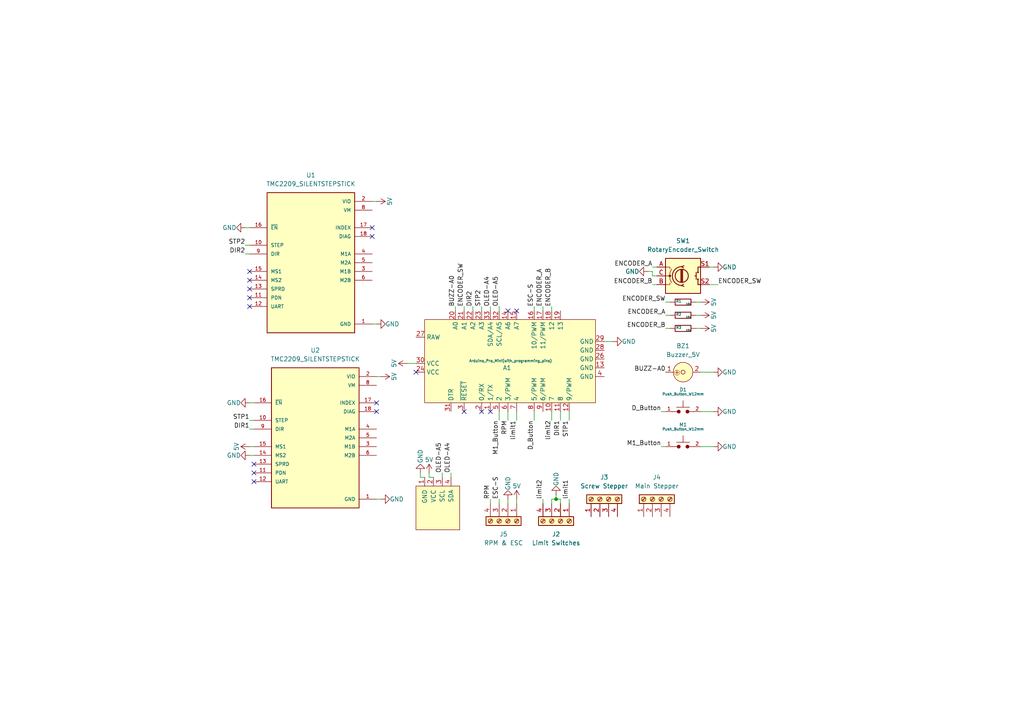
<source format=kicad_sch>
(kicad_sch (version 20250114) (generator "eeschema") (generator_version "9.0")
  (paper "A4")
  (lib_symbols
    (symbol "Connector:Screw_Terminal_01x04" (pin_names (offset 1.016) (hide yes))
      (property "Reference" "J" (at 0 5.08 0))
      (property "Value" "Screw_Terminal_01x04" (at 0 -7.62 0))
      (symbol "Screw_Terminal_01x04_1_1"
        (rectangle (start -1.27 3.81) (end 1.27 -6.35) (stroke (width 0.254)) (fill (type background)))
        (polyline (pts (xy -0.5334 2.8702) (xy 0.3302 2.032)) (stroke (width 0.1524)))
        (polyline (pts (xy -0.5334 0.3302) (xy 0.3302 -0.508)) (stroke (width 0.1524)))
        (polyline (pts (xy -0.5334 -2.2098) (xy 0.3302 -3.048)) (stroke (width 0.1524)))
        (polyline (pts (xy -0.5334 -4.7498) (xy 0.3302 -5.588)) (stroke (width 0.1524)))
        (polyline (pts (xy -0.3556 3.048) (xy 0.508 2.2098)) (stroke (width 0.1524)))
        (polyline (pts (xy -0.3556 0.508) (xy 0.508 -0.3302)) (stroke (width 0.1524)))
        (polyline (pts (xy -0.3556 -2.032) (xy 0.508 -2.8702)) (stroke (width 0.1524)))
        (polyline (pts (xy -0.3556 -4.572) (xy 0.508 -5.4102)) (stroke (width 0.1524)))
        (circle (center 0 2.54) (radius 0.635) (stroke (width 0.1524)))
        (circle (center 0 0) (radius 0.635) (stroke (width 0.1524)))
        (circle (center 0 -2.54) (radius 0.635) (stroke (width 0.1524)))
        (circle (center 0 -5.08) (radius 0.635) (stroke (width 0.1524)))
        (pin passive line (at -5.08 2.54 0) (length 3.81) (name "Pin_1") (number "1"))
        (pin passive line (at -5.08 0 0) (length 3.81) (name "Pin_2") (number "2"))
        (pin passive line (at -5.08 -2.54 0) (length 3.81) (name "Pin_3") (number "3"))
        (pin passive line (at -5.08 -5.08 0) (length 3.81) (name "Pin_4") (number "4"))
      )
    )
    (symbol "Device:RotaryEncoder_Switch" (pin_names (offset 0.254) (hide yes))
      (property "Reference" "SW" (at 0 6.604 0))
      (property "Value" "RotaryEncoder_Switch" (at 0 -6.604 0))
      (symbol "RotaryEncoder_Switch_0_1"
        (rectangle (start -5.08 5.08) (end 5.08 -5.08) (stroke (width 0.254)) (fill (type background)))
        (polyline (pts (xy -5.08 2.54) (xy -3.81 2.54) (xy -3.81 2.032)))
        (polyline (pts (xy -5.08 0) (xy -3.81 0) (xy -3.81 -1.016) (xy -3.302 -2.032)))
        (polyline (pts (xy -5.08 -2.54) (xy -3.81 -2.54) (xy -3.81 -2.032)))
        (polyline (pts (xy -4.318 0) (xy -3.81 0) (xy -3.81 1.016) (xy -3.302 2.032)))
        (circle (center -3.81 0) (radius 0.254) (fill (type outline)))
        (polyline (pts (xy -0.635 -1.778) (xy -0.635 1.778)) (stroke (width 0.254)))
        (circle (center -0.381 0) (radius 1.905) (stroke (width 0.254)))
        (polyline (pts (xy -0.381 -1.778) (xy -0.381 1.778)) (stroke (width 0.254)))
        (arc (start -0.381 -2.794) (mid -3.0988 -0.0635) (end -0.381 2.667) (stroke (width 0.254)))
        (polyline (pts (xy -0.127 1.778) (xy -0.127 -1.778)) (stroke (width 0.254)))
        (polyline (pts (xy 0.254 2.921) (xy -0.508 2.667) (xy 0.127 2.286)) (stroke (width 0.254)))
        (polyline (pts (xy 0.254 -3.048) (xy -0.508 -2.794) (xy 0.127 -2.413)) (stroke (width 0.254)))
        (polyline (pts (xy 3.81 1.016) (xy 3.81 -1.016)) (stroke (width 0.254)))
        (polyline (pts (xy 3.81 0) (xy 3.429 0)) (stroke (width 0.254)))
        (circle (center 4.318 1.016) (radius 0.127) (stroke (width 0.254)))
        (circle (center 4.318 -1.016) (radius 0.127) (stroke (width 0.254)))
        (polyline (pts (xy 5.08 2.54) (xy 4.318 2.54) (xy 4.318 1.016)) (stroke (width 0.254)))
        (polyline (pts (xy 5.08 -2.54) (xy 4.318 -2.54) (xy 4.318 -1.016)) (stroke (width 0.254)))
      )
      (symbol "RotaryEncoder_Switch_1_1"
        (pin passive line (at -7.62 2.54 0) (length 2.54) (name "A") (number "A"))
        (pin passive line (at -7.62 0 0) (length 2.54) (name "C") (number "C"))
        (pin passive line (at -7.62 -2.54 0) (length 2.54) (name "B") (number "B"))
        (pin passive line (at 7.62 2.54 180) (length 2.54) (name "S1") (number "S1"))
        (pin passive line (at 7.62 -2.54 180) (length 2.54) (name "S2") (number "S2"))
      )
    )
    (symbol "PCM_SL_Development_Board:Arduino_Pro_Mini(with_programming_pins)"
      (property "Reference" "A" (at -12.7 30.48 0))
      (property "Value" "Arduino_Pro_Mini(with_programming_pins)" (at 1.27 -3.81 0))
      (symbol "Arduino_Pro_Mini(with_programming_pins)_0_1"
        (rectangle (start -11.43 24.13) (end 12.7 -25.4) (fill (type background)))
      )
      (symbol "Arduino_Pro_Mini(with_programming_pins)_1_1"
        (pin bidirectional line (at -13.97 16.51 0) (length 2.54) (name "DTR") (number "31"))
        (pin bidirectional line (at -13.97 12.7 0) (length 2.54) (name "~{RESET}") (number "3"))
        (pin bidirectional line (at -13.97 7.62 0) (length 2.54) (name "0/RX") (number "2"))
        (pin bidirectional line (at -13.97 5.08 0) (length 2.54) (name "1/TX") (number "1"))
        (pin bidirectional line (at -13.97 2.54 0) (length 2.54) (name "2") (number "5"))
        (pin bidirectional line (at -13.97 0 0) (length 2.54) (name "3/PWM") (number "6"))
        (pin bidirectional line (at -13.97 -2.54 0) (length 2.54) (name "4") (number "7"))
        (pin bidirectional line (at -13.97 -7.62 0) (length 2.54) (name "5/PWM") (number "8"))
        (pin bidirectional line (at -13.97 -10.16 0) (length 2.54) (name "6/PWM") (number "9"))
        (pin bidirectional line (at -13.97 -12.7 0) (length 2.54) (name "7") (number "10"))
        (pin bidirectional line (at -13.97 -15.24 0) (length 2.54) (name "8") (number "11"))
        (pin bidirectional line (at -13.97 -17.78 0) (length 2.54) (name "9/PWM") (number "12"))
        (pin power_in line (at -3.81 -27.94 90) (length 2.54) (name "GND") (number "4"))
        (pin power_in line (at -2.54 26.67 270) (length 2.54) (name "VCC") (number "24"))
        (pin power_in line (at -1.27 -27.94 90) (length 2.54) (name "GND") (number "13"))
        (pin power_in line (at 0 26.67 270) (length 2.54) (name "VCC") (number "30"))
        (pin power_in line (at 1.27 -27.94 90) (length 2.54) (name "GND") (number "26"))
        (pin power_in line (at 3.81 -27.94 90) (length 2.54) (name "GND") (number "28"))
        (pin power_in line (at 6.35 -27.94 90) (length 2.54) (name "GND") (number "29"))
        (pin power_in line (at 7.62 26.67 270) (length 2.54) (name "RAW") (number "27"))
        (pin bidirectional line (at 15.24 15.24 180) (length 2.54) (name "A0") (number "20"))
        (pin bidirectional line (at 15.24 12.7 180) (length 2.54) (name "A1") (number "21"))
        (pin bidirectional line (at 15.24 10.16 180) (length 2.54) (name "A2") (number "22"))
        (pin bidirectional line (at 15.24 7.62 180) (length 2.54) (name "A3") (number "23"))
        (pin bidirectional line (at 15.24 5.08 180) (length 2.54) (name "SDA/A4") (number "33"))
        (pin bidirectional line (at 15.24 2.54 180) (length 2.54) (name "SCL/A5") (number "32"))
        (pin bidirectional line (at 15.24 0 180) (length 2.54) (name "A6") (number "14"))
        (pin bidirectional line (at 15.24 -2.54 180) (length 2.54) (name "A7") (number "15"))
        (pin bidirectional line (at 15.24 -7.62 180) (length 2.54) (name "10/PWM") (number "16"))
        (pin bidirectional line (at 15.24 -10.16 180) (length 2.54) (name "11/PWM") (number "17"))
        (pin bidirectional line (at 15.24 -12.7 180) (length 2.54) (name "12") (number "18"))
        (pin bidirectional line (at 15.24 -15.24 180) (length 2.54) (name "13") (number "19"))
      )
    )
    (symbol "PCM_SL_Devices:Buzzer_5V"
      (property "Reference" "BZ" (at 0 7.62 0))
      (property "Value" "Buzzer_5V" (at 0 5.08 0))
      (symbol "Buzzer_5V_0_0"
        (circle (center -1.778 -0.127) (radius 0.7405) (stroke (width 0.07)))
        (text "+" (at -1.778 0 0) (effects (font (size 1.27 1.27))))
      )
      (symbol "Buzzer_5V_0_1"
        (circle (center 0 0) (radius 0.568))
        (circle (center 0 0) (radius 2.8398) (fill (type background)))
      )
      (symbol "Buzzer_5V_1_1"
        (pin passive line (at -5.08 0 0) (length 2.2) (name "") (number "1"))
        (pin passive line (at 5.08 0 180) (length 2.2) (name "") (number "2"))
      )
    )
    (symbol "PCM_SL_Devices:Push_Button_W12mm"
      (property "Reference" "SW" (at 0 6.35 0))
      (property "Value" "Push_Button_W12mm" (at 0 4.445 0))
      (symbol "Push_Button_W12mm_0_1"
        (polyline (pts (xy -3.175 0) (xy -1.778 0)))
        (polyline (pts (xy -1.905 1.27) (xy 1.905 1.27)))
        (circle (center -1.27 0) (radius 0.4579) (fill (type outline)))
        (polyline (pts (xy 0 1.27) (xy 0 3.175)))
        (circle (center 1.27 0) (radius 0.4579) (fill (type outline)))
        (polyline (pts (xy 1.778 0) (xy 3.175 0)))
      )
      (symbol "Push_Button_W12mm_1_1"
        (pin passive line (at -5.08 0 0) (length 2) (name "") (number "1"))
        (pin passive line (at 5.08 0 180) (length 2) (name "") (number "2"))
      )
    )
    (symbol "PCM_SL_Resistors:10k"
      (property "Reference" "R" (at 0 5.08 0))
      (property "Value" "10k" (at 0 2.54 0))
      (symbol "10k_0_1"
        (rectangle (start -2.286 0.889) (end 2.286 -0.889) (stroke (width 0.24)))
      )
      (symbol "10k_1_1"
        (pin passive line (at -3.81 0 0) (length 1.5) (name "") (number "1"))
        (pin passive line (at 3.81 0 180) (length 1.5) (name "~") (number "2"))
      )
    )
    (symbol "PCM_SparkFun-PowerSymbol:5V" (power) (pin_names (offset 0))
      (property "Value" "5V" (at 0 3.81 0))
      (symbol "5V_0_1"
        (polyline (pts (xy -0.762 1.27) (xy 0 2.54)))
        (polyline (pts (xy 0 2.54) (xy 0.762 1.27)))
        (polyline (pts (xy 0 0) (xy 0 2.54)))
      )
      (symbol "5V_1_1"
        (pin power_in line (at 0 0 90) (length 0) (hide yes) (name "5V") (number "1"))
      )
    )
    (symbol "PCM_SparkFun-PowerSymbol:GND" (power) (pin_names (offset 0))
      (property "Value" "GND" (at 0 -3.81 0))
      (symbol "GND_0_1"
        (polyline (pts (xy 0 0) (xy 0 -1.27) (xy 1.27 -1.27) (xy 0 -2.54) (xy -1.27 -1.27) (xy 0 -1.27)))
      )
      (symbol "GND_1_1"
        (pin power_in line (at 0 0 270) (length 0) (hide yes) (name "GND") (number "1"))
      )
    )
    (symbol "SSD1306-128x64_OLED:SSD1306" (pin_names (offset 1.016))
      (property "Reference" "Brd" (at 0 -3.81 0))
      (property "Value" "SSD1306" (at 0 -1.27 0))
      (symbol "SSD1306_0_1"
        (rectangle (start -6.35 6.35) (end 6.35 -6.35) (fill (type background)))
      )
      (symbol "SSD1306_1_1"
        (pin input line (at -3.81 8.89 270) (length 2.54) (name "GND") (number "1"))
        (pin input line (at -1.27 8.89 270) (length 2.54) (name "VCC") (number "2"))
        (pin input line (at 1.27 8.89 270) (length 2.54) (name "SCL") (number "3"))
        (pin input line (at 3.81 8.89 270) (length 2.54) (name "SDA") (number "4"))
      )
    )
    (symbol "TMC2209_SILENTSTEPSTICK:TMC2209_SILENTSTEPSTICK" (pin_names (offset 1.016))
      (property "Reference" "U" (at -12.7 22.86 0))
      (property "Value" "TMC2209_SILENTSTEPSTICK" (at -12.7 -22.86 0))
      (symbol "TMC2209_SILENTSTEPSTICK_0_0"
        (rectangle (start -12.7 -20.32) (end 12.7 20.32) (stroke (width 0.254)) (fill (type background)))
        (pin input line (at -17.78 10.16 0) (length 5.08) (name "~{EN}") (number "16"))
        (pin input line (at -17.78 5.08 0) (length 5.08) (name "STEP") (number "10"))
        (pin input line (at -17.78 2.54 0) (length 5.08) (name "DIR") (number "9"))
        (pin input line (at -17.78 -2.54 0) (length 5.08) (name "MS1") (number "15"))
        (pin input line (at -17.78 -5.08 0) (length 5.08) (name "MS2") (number "14"))
        (pin input line (at -17.78 -7.62 0) (length 5.08) (name "SPRD") (number "13"))
        (pin bidirectional line (at -17.78 -10.16 0) (length 5.08) (name "PDN") (number "11"))
        (pin bidirectional line (at -17.78 -12.7 0) (length 5.08) (name "UART") (number "12"))
        (pin power_in line (at 17.78 17.78 180) (length 5.08) (name "VIO") (number "2"))
        (pin power_in line (at 17.78 15.24 180) (length 5.08) (name "VM") (number "8"))
        (pin output line (at 17.78 10.16 180) (length 5.08) (name "INDEX") (number "17"))
        (pin output line (at 17.78 7.62 180) (length 5.08) (name "DIAG") (number "18"))
        (pin output line (at 17.78 2.54 180) (length 5.08) (name "M1A") (number "4"))
        (pin output line (at 17.78 0 180) (length 5.08) (name "M2A") (number "5"))
        (pin output line (at 17.78 -2.54 180) (length 5.08) (name "M1B") (number "3"))
        (pin output line (at 17.78 -5.08 180) (length 5.08) (name "M2B") (number "6"))
        (pin power_in line (at 17.78 -17.78 180) (length 5.08) (name "GND") (number "1"))
        (pin power_in line (at 17.78 -17.78 180) (length 5.08) (hide yes) (name "GND") (number "7"))
      )
    )
  )
  (junction (at 161.29 144.78))
  (no_connect (at 72.39 83.82))
  (no_connect (at 147.32 90.17))
  (no_connect (at 109.22 116.84))
  (no_connect (at 72.39 81.28))
  (no_connect (at 109.22 119.38))
  (no_connect (at 134.62 119.38))
  (no_connect (at 73.66 134.62))
  (no_connect (at 120.65 107.95))
  (no_connect (at 72.39 88.9))
  (no_connect (at 142.24 119.38))
  (no_connect (at 72.39 86.36))
  (no_connect (at 73.66 139.7))
  (no_connect (at 72.39 78.74))
  (no_connect (at 139.7 119.38))
  (no_connect (at 149.86 90.17))
  (no_connect (at 107.95 68.58))
  (no_connect (at 107.95 66.04))
  (no_connect (at 73.66 137.16))
  (wire (pts (xy 191.77 129.54) (xy 193.04 129.54)))
  (wire (pts (xy 189.23 77.47) (xy 190.5 77.47)))
  (wire (pts (xy 160.02 144.78) (xy 160.02 146.05)))
  (wire (pts (xy 161.29 144.78) (xy 162.56 144.78)))
  (wire (pts (xy 203.2 129.54) (xy 207.01 129.54)))
  (wire (pts (xy 161.29 143.51) (xy 161.29 144.78)))
  (wire (pts (xy 118.11 105.41) (xy 120.65 105.41)))
  (wire (pts (xy 72.39 132.08) (xy 73.66 132.08)))
  (wire (pts (xy 109.22 144.78) (xy 110.49 144.78)))
  (wire (pts (xy 154.94 119.38) (xy 154.94 121.92)))
  (wire (pts (xy 71.12 73.66) (xy 72.39 73.66)))
  (wire (pts (xy 154.94 88.9) (xy 154.94 90.17)))
  (wire (pts (xy 165.1 119.38) (xy 165.1 121.92)))
  (wire (pts (xy 124.46 137.16) (xy 124.46 138.43)))
  (wire (pts (xy 142.24 144.78) (xy 142.24 146.05)))
  (wire (pts (xy 203.2 119.38) (xy 207.01 119.38)))
  (wire (pts (xy 157.48 88.9) (xy 157.48 90.17)))
  (wire (pts (xy 121.92 137.16) (xy 121.92 138.43)))
  (wire (pts (xy 71.12 71.12) (xy 72.39 71.12)))
  (wire (pts (xy 160.02 144.78) (xy 161.29 144.78)))
  (wire (pts (xy 157.48 144.78) (xy 157.48 146.05)))
  (wire (pts (xy 193.04 91.44) (xy 194.31 91.44)))
  (wire (pts (xy 203.2 107.95) (xy 207.01 107.95)))
  (wire (pts (xy 165.1 144.78) (xy 165.1 146.05)))
  (wire (pts (xy 160.02 88.9) (xy 160.02 90.17)))
  (wire (pts (xy 130.81 137.16) (xy 130.81 138.43)))
  (wire (pts (xy 201.93 91.44) (xy 203.2 91.44)))
  (wire (pts (xy 193.04 87.63) (xy 194.31 87.63)))
  (wire (pts (xy 201.93 87.63) (xy 203.2 87.63)))
  (wire (pts (xy 107.95 58.42) (xy 109.22 58.42)))
  (wire (pts (xy 147.32 144.78) (xy 147.32 146.05)))
  (wire (pts (xy 132.08 88.9) (xy 132.08 90.17)))
  (wire (pts (xy 134.62 88.9) (xy 134.62 90.17)))
  (wire (pts (xy 72.39 129.54) (xy 73.66 129.54)))
  (wire (pts (xy 162.56 146.05) (xy 162.56 144.78)))
  (wire (pts (xy 162.56 119.38) (xy 162.56 121.92)))
  (wire (pts (xy 107.95 93.98) (xy 109.22 93.98)))
  (wire (pts (xy 72.39 121.92) (xy 73.66 121.92)))
  (wire (pts (xy 205.74 82.55) (xy 208.28 82.55)))
  (wire (pts (xy 144.78 144.78) (xy 144.78 146.05)))
  (wire (pts (xy 149.86 144.78) (xy 149.86 146.05)))
  (wire (pts (xy 187.96 78.74) (xy 189.23 78.74)))
  (wire (pts (xy 139.7 88.9) (xy 139.7 90.17)))
  (wire (pts (xy 189.23 80.01) (xy 190.5 80.01)))
  (wire (pts (xy 137.16 88.9) (xy 137.16 90.17)))
  (wire (pts (xy 193.04 95.25) (xy 194.31 95.25)))
  (wire (pts (xy 72.39 116.84) (xy 73.66 116.84)))
  (wire (pts (xy 160.02 119.38) (xy 160.02 121.92)))
  (wire (pts (xy 189.23 82.55) (xy 190.5 82.55)))
  (wire (pts (xy 71.12 66.04) (xy 72.39 66.04)))
  (wire (pts (xy 144.78 119.38) (xy 144.78 121.92)))
  (wire (pts (xy 191.77 119.38) (xy 193.04 119.38)))
  (wire (pts (xy 124.46 138.43) (xy 125.73 138.43)))
  (wire (pts (xy 121.92 138.43) (xy 123.19 138.43)))
  (wire (pts (xy 128.27 137.16) (xy 128.27 138.43)))
  (wire (pts (xy 201.93 95.25) (xy 203.2 95.25)))
  (wire (pts (xy 72.39 124.46) (xy 73.66 124.46)))
  (wire (pts (xy 205.74 77.47) (xy 207.01 77.47)))
  (wire (pts (xy 147.32 119.38) (xy 147.32 121.92)))
  (wire (pts (xy 142.24 88.9) (xy 142.24 90.17)))
  (wire (pts (xy 175.26 99.06) (xy 177.8 99.06)))
  (wire (pts (xy 144.78 88.9) (xy 144.78 90.17)))
  (wire (pts (xy 109.22 109.22) (xy 110.49 109.22)))
  (wire (pts (xy 189.23 78.74) (xy 189.23 80.01)))
  (wire (pts (xy 149.86 119.38) (xy 149.86 121.92)))
  (label "OLED-A4" (at 142.24 88.9 90))
  (label "OLED-A5" (at 128.27 137.16 90))
  (label "STP1" (at 72.39 121.92 180))
  (label "limit1" (at 165.1 144.78 90))
  (label "ENCODER_A" (at 193.04 91.44 180))
  (label "M1_Button" (at 144.78 121.92 270))
  (label "STP2" (at 71.12 71.12 180))
  (label "RPM" (at 142.24 144.78 90))
  (label "limit2" (at 157.48 144.78 90))
  (label "ENCODER_B" (at 160.02 88.9 90))
  (label "limit1" (at 149.86 121.92 270))
  (label "OLED-A4" (at 130.81 137.16 90))
  (label "DIR2" (at 71.12 73.66 180))
  (label "ENCODER_A" (at 157.48 88.9 90))
  (label "BUZZ-A0" (at 132.08 88.9 90))
  (label "limit2" (at 160.02 121.92 270))
  (label "ENCODER_B" (at 193.04 95.25 180))
  (label "ENCODER_A" (at 189.23 77.47 180))
  (label "BUZZ-A0" (at 193.04 107.95 180))
  (label "ENCODER_SW" (at 208.28 82.55 0))
  (label "RPM" (at 147.32 121.92 270))
  (label "ENCODER_SW" (at 134.62 88.9 90))
  (label "DIR1" (at 162.56 121.92 270))
  (label "D_Button" (at 154.94 121.92 270))
  (label "DIR2" (at 137.16 88.9 90))
  (label "ENCODER_SW" (at 193.04 87.63 180))
  (label "STP1" (at 165.1 121.92 270))
  (label "OLED-A5" (at 144.78 88.9 90))
  (label "ENCODER_B" (at 189.23 82.55 180))
  (label "D_Button" (at 191.77 119.38 180))
  (label "ESC-S" (at 144.78 144.78 90))
  (label "STP2" (at 139.7 88.9 90))
  (label "ESC-S" (at 154.94 88.9 90))
  (label "DIR1" (at 72.39 124.46 180))
  (label "M1_Button" (at 191.77 129.54 180))
  (symbol (lib_id "PCM_SparkFun-PowerSymbol:GND") (at 72.39 116.84 270) (unit 1)
    (property "Reference" "#PWR011" (effects (hide yes)))
    (property "Value" "GND" (at 67.818 116.84 90))
    (property "Description" "Power symbol creates a global label with name \"GND\" , ground" (effects (hide yes)))
  )
  (symbol (lib_id "PCM_SL_Devices:Buzzer_5V") (at 198.12 107.95 0) (unit 1)
    (property "Reference" "BZ1" (at 198.12 100.33 0))
    (property "Value" "Buzzer_5V" (at 198.12 102.87 0))
    (property "Footprint" "Buzzer_Beeper:MagneticBuzzer_ProSignal_ABT-410-RC" (effects (hide yes)))
    (property "Description" "Buzzer 5V" (effects (hide yes)))
  )
  (symbol (lib_id "PCM_SparkFun-PowerSymbol:GND") (at 207.01 119.38 90) (unit 1)
    (property "Reference" "#PWR04" (effects (hide yes)))
    (property "Value" "GND" (at 211.582 119.38 90))
    (property "Description" "Power symbol creates a global label with name \"GND\" , ground" (effects (hide yes)))
  )
  (symbol (lib_id "PCM_SL_Resistors:10k") (at 198.12 87.63 0) (unit 1)
    (property "Reference" "R1" (at 196.85 87.376 0) (effects (font (size 0.762 0.762))))
    (property "Value" "10k" (at 199.644 88.138 0) (effects (font (size 0.508 0.508))))
    (property "Footprint" "Resistor_THT:R_Axial_DIN0207_L6.3mm_D2.5mm_P10.16mm_Horizontal" (effects (hide yes)))
    (property "Description" "10kΩ, 1/4W Resistor" (effects (hide yes)))
  )
  (symbol (lib_id "PCM_SparkFun-PowerSymbol:GND") (at 109.22 93.98 90) (unit 1)
    (property "Reference" "#PWR018" (effects (hide yes)))
    (property "Value" "GND" (at 113.792 93.98 90))
    (property "Description" "Power symbol creates a global label with name \"GND\" , ground" (effects (hide yes)))
  )
  (symbol (lib_id "Connector:Screw_Terminal_01x04") (at 162.56 151.13 270) (unit 1)
    (property "Reference" "J2" (at 161.29 154.94 90))
    (property "Value" "Limit Switches" (at 161.29 157.48 90))
    (property "Footprint" "Connector_Phoenix_MSTB:PhoenixContact_MSTBA_2,5_4-G-5,08_1x04_P5.08mm_Horizontal" (effects (hide yes)))
    (property "Description" "Generic screw terminal, single row, 01x04, script generated (kicad-library-utils/schlib/autogen/connector/)" (effects (hide yes)))
  )
  (symbol (lib_id "PCM_SparkFun-PowerSymbol:5V") (at 203.2 95.25 270) (unit 1)
    (property "Reference" "#PWR014" (effects (hide yes)))
    (property "Value" "5V" (at 207.01 95.25 0))
    (property "Description" "Power symbol creates a global label with name \"5V\"" (effects (hide yes)))
  )
  (symbol (lib_id "SSD1306-128x64_OLED:SSD1306") (at 127 147.32 0) (unit 1)
    (property "Reference" "Brd1" (effects (hide yes)))
    (property "Value" "SSD1306" (effects (hide yes)))
    (property "Footprint" "SSD1306:128x64OLED" (effects (hide yes)))
    (property "Description" "SSD1306 OLED" (effects (hide yes)))
  )
  (symbol (lib_id "PCM_SparkFun-PowerSymbol:GND") (at 161.29 143.51 180) (unit 1)
    (property "Reference" "#PWR08" (effects (hide yes)))
    (property "Value" "GND" (at 161.29 138.938 90))
    (property "Description" "Power symbol creates a global label with name \"GND\" , ground" (effects (hide yes)))
  )
  (symbol (lib_id "PCM_SL_Devices:Push_Button_W12mm") (at 198.12 129.54 0) (unit 1)
    (property "Reference" "M1" (at 198.12 123.19 0) (effects (font (size 1.016 1.016))))
    (property "Value" "Push_Button_W12mm" (at 198.12 124.46 0) (effects (font (size 0.762 0.762))))
    (property "Footprint" "PCM_SL_Devices:Push_Button_W12mm" (effects (hide yes)))
    (property "Description" "Common 12mmx12mm Push Button" (effects (hide yes)))
  )
  (symbol (lib_id "PCM_SparkFun-PowerSymbol:GND") (at 207.01 77.47 90) (unit 1)
    (property "Reference" "#PWR01" (effects (hide yes)))
    (property "Value" "GND" (at 211.582 77.47 90))
    (property "Description" "Power symbol creates a global label with name \"GND\" , ground" (effects (hide yes)))
  )
  (symbol (lib_id "PCM_SparkFun-PowerSymbol:5V") (at 203.2 87.63 270) (unit 1)
    (property "Reference" "#PWR016" (effects (hide yes)))
    (property "Value" "5V" (at 207.01 87.63 0))
    (property "Description" "Power symbol creates a global label with name \"5V\"" (effects (hide yes)))
  )
  (symbol (lib_id "Connector:Screw_Terminal_01x04") (at 189.23 144.78 90) (unit 1)
    (property "Reference" "J4" (at 190.5 138.43 90))
    (property "Value" "Main Stepper" (at 190.5 140.97 90))
    (property "Footprint" "Connector_Phoenix_MSTB:PhoenixContact_MSTBA_2,5_4-G-5,08_1x04_P5.08mm_Horizontal" (effects (hide yes)))
    (property "Description" "Generic screw terminal, single row, 01x04, script generated (kicad-library-utils/schlib/autogen/connector/)" (effects (hide yes)))
  )
  (symbol (lib_id "PCM_SL_Resistors:10k") (at 198.12 95.25 0) (unit 1)
    (property "Reference" "R3" (at 196.85 94.996 0) (effects (font (size 0.762 0.762))))
    (property "Value" "10k" (at 199.644 95.758 0) (effects (font (size 0.508 0.508))))
    (property "Footprint" "Resistor_THT:R_Axial_DIN0207_L6.3mm_D2.5mm_P10.16mm_Horizontal" (effects (hide yes)))
    (property "Description" "10kΩ, 1/4W Resistor" (effects (hide yes)))
  )
  (symbol (lib_id "PCM_SparkFun-PowerSymbol:GND") (at 177.8 99.06 90) (unit 1)
    (property "Reference" "#PWR07" (effects (hide yes)))
    (property "Value" "GND" (at 182.372 99.06 90))
    (property "Description" "Power symbol creates a global label with name \"GND\" , ground" (effects (hide yes)))
  )
  (symbol (lib_id "PCM_SparkFun-PowerSymbol:GND") (at 72.39 132.08 270) (unit 1)
    (property "Reference" "#PWR022" (effects (hide yes)))
    (property "Value" "GND" (at 67.818 132.08 90))
    (property "Description" "Power symbol creates a global label with name \"GND\" , ground" (effects (hide yes)))
  )
  (symbol (lib_id "PCM_SparkFun-PowerSymbol:GND") (at 110.49 144.78 90) (unit 1)
    (property "Reference" "#PWR019" (effects (hide yes)))
    (property "Value" "GND" (at 115.062 144.78 90))
    (property "Description" "Power symbol creates a global label with name \"GND\" , ground" (effects (hide yes)))
  )
  (symbol (lib_id "PCM_SparkFun-PowerSymbol:GND") (at 187.96 78.74 270) (unit 1)
    (property "Reference" "#PWR02" (effects (hide yes)))
    (property "Value" "GND" (at 183.388 78.74 90))
    (property "Description" "Power symbol creates a global label with name \"GND\" , ground" (effects (hide yes)))
  )
  (symbol (lib_id "PCM_SparkFun-PowerSymbol:5V") (at 110.49 109.22 270) (unit 1)
    (property "Reference" "#PWR020" (effects (hide yes)))
    (property "Value" "5V" (at 114.3 109.22 0))
    (property "Description" "Power symbol creates a global label with name \"5V\"" (effects (hide yes)))
  )
  (symbol (lib_id "PCM_SparkFun-PowerSymbol:GND") (at 121.92 137.16 180) (unit 1)
    (property "Reference" "#PWR010" (effects (hide yes)))
    (property "Value" "GND" (at 121.92 132.334 90))
    (property "Description" "Power symbol creates a global label with name \"GND\" , ground" (effects (hide yes)))
  )
  (symbol (lib_id "TMC2209_SILENTSTEPSTICK:TMC2209_SILENTSTEPSTICK") (at 91.44 127 0) (unit 1)
    (property "Reference" "U2" (at 91.44 101.6 0))
    (property "Value" "TMC2209_SILENTSTEPSTICK" (at 91.44 104.14 0))
    (property "Footprint" "TMC2209_SILENTSTEPSTICK:MODULE_TMC2209_SILENTSTEPSTICK" (effects (hide yes)))
    (property "MF" "Trinamic Motion Control GmbH" (effects (hide yes)))
    (property "Description_1" "TMC2209 Motor Controller/Driver Power Management Evaluation Board" (effects (hide yes)))
    (property "Package" "None" (effects (hide yes)))
    (property "Price" "None" (effects (hide yes)))
    (property "Check_prices" "https://www.snapeda.com/parts/TMC2209%20SILENTSTEPSTICK/Trinamic/view-part/?ref=eda" (effects (hide yes)))
    (property "STANDARD" "Manufacturer Recommendations" (effects (hide yes)))
    (property "PARTREV" "1.20" (effects (hide yes)))
    (property "SnapEDA_Link" "https://www.snapeda.com/parts/TMC2209%20SILENTSTEPSTICK/Trinamic/view-part/?ref=snap" (effects (hide yes)))
    (property "MP" "TMC2209 SILENTSTEPSTICK" (effects (hide yes)))
    (property "MANUFACTURER" "Trinamic Motion Control GmbH" (effects (hide yes)))
    (property "Availability" "Not in stock" (effects (hide yes)))
    (property "SNAPEDA_PN" "TMC2209 SILENTSTEPSTICK" (effects (hide yes)))
  )
  (symbol (lib_id "PCM_SparkFun-PowerSymbol:GND") (at 147.32 144.78 180) (unit 1)
    (property "Reference" "#PWR06" (effects (hide yes)))
    (property "Value" "GND" (at 147.32 140.208 90))
    (property "Description" "Power symbol creates a global label with name \"GND\" , ground" (effects (hide yes)))
  )
  (symbol (lib_id "Device:RotaryEncoder_Switch") (at 198.12 80.01 0) (unit 1)
    (property "Reference" "SW1" (at 198.12 69.85 0))
    (property "Value" "RotaryEncoder_Switch" (at 198.12 72.39 0))
    (property "Footprint" "Rotary_Encoder:RotaryEncoder_Alps_EC11E-Switch_Vertical_H20mm" (effects (hide yes)))
    (property "Description" "Rotary encoder, dual channel, incremental quadrate outputs, with switch" (effects (hide yes)))
  )
  (symbol (lib_id "PCM_SparkFun-PowerSymbol:5V") (at 203.2 91.44 270) (unit 1)
    (property "Reference" "#PWR015" (effects (hide yes)))
    (property "Value" "5V" (at 207.01 91.44 0))
    (property "Description" "Power symbol creates a global label with name \"5V\"" (effects (hide yes)))
  )
  (symbol (lib_id "PCM_SparkFun-PowerSymbol:5V") (at 109.22 58.42 270) (unit 1)
    (property "Reference" "#PWR021" (effects (hide yes)))
    (property "Value" "5V" (at 113.03 58.42 0))
    (property "Description" "Power symbol creates a global label with name \"5V\"" (effects (hide yes)))
  )
  (symbol (lib_id "PCM_SL_Development_Board:Arduino_Pro_Mini(with_programming_pins)") (at 147.32 105.41 90) (unit 1)
    (property "Reference" "A1" (at 147.066 106.68 90))
    (property "Value" "Arduino_Pro_Mini(with_programming_pins)" (at 148.082 104.648 90) (effects (font (size 0.762 0.762))))
    (property "Footprint" "PCM_SL_Development_Boards:Arduino_Pro_Mini(with_programming_pins)" (effects (hide yes)))
    (property "Description" "Arduino pro mini Development Board with programming pins" (effects (hide yes)))
  )
  (symbol (lib_id "PCM_SparkFun-PowerSymbol:5V") (at 149.86 144.78 0) (unit 1)
    (property "Reference" "#PWR017" (effects (hide yes)))
    (property "Value" "5V" (at 149.86 140.97 0))
    (property "Description" "Power symbol creates a global label with name \"5V\"" (effects (hide yes)))
  )
  (symbol (lib_id "PCM_SparkFun-PowerSymbol:GND") (at 207.01 129.54 90) (unit 1)
    (property "Reference" "#PWR05" (effects (hide yes)))
    (property "Value" "GND" (at 211.582 129.54 90))
    (property "Description" "Power symbol creates a global label with name \"GND\" , ground" (effects (hide yes)))
  )
  (symbol (lib_id "PCM_SparkFun-PowerSymbol:5V") (at 72.39 129.54 90) (unit 1)
    (property "Reference" "#PWR023" (effects (hide yes)))
    (property "Value" "5V" (at 68.58 129.54 0))
    (property "Description" "Power symbol creates a global label with name \"5V\"" (effects (hide yes)))
  )
  (symbol (lib_id "PCM_SL_Devices:Push_Button_W12mm") (at 198.12 119.38 0) (unit 1)
    (property "Reference" "D1" (at 198.12 113.03 0) (effects (font (size 1.016 1.016))))
    (property "Value" "Push_Button_W12mm" (at 198.12 114.3 0) (effects (font (size 0.762 0.762))))
    (property "Footprint" "PCM_SL_Devices:Push_Button_W12mm" (effects (hide yes)))
    (property "Description" "Common 12mmx12mm Push Button" (effects (hide yes)))
  )
  (symbol (lib_id "PCM_SparkFun-PowerSymbol:GND") (at 71.12 66.04 270) (unit 1)
    (property "Reference" "#PWR09" (effects (hide yes)))
    (property "Value" "GND" (at 66.548 66.04 90))
    (property "Description" "Power symbol creates a global label with name \"GND\" , ground" (effects (hide yes)))
  )
  (symbol (lib_id "PCM_SparkFun-PowerSymbol:GND") (at 207.01 107.95 90) (unit 1)
    (property "Reference" "#PWR03" (effects (hide yes)))
    (property "Value" "GND" (at 211.582 107.95 90))
    (property "Description" "Power symbol creates a global label with name \"GND\" , ground" (effects (hide yes)))
  )
  (symbol (lib_id "Connector:Screw_Terminal_01x04") (at 173.99 144.78 90) (unit 1)
    (property "Reference" "J3" (at 175.26 138.43 90))
    (property "Value" "Screw Stepper" (at 175.26 140.97 90))
    (property "Footprint" "Connector_Phoenix_MSTB:PhoenixContact_MSTBA_2,5_4-G-5,08_1x04_P5.08mm_Horizontal" (effects (hide yes)))
    (property "Description" "Generic screw terminal, single row, 01x04, script generated (kicad-library-utils/schlib/autogen/connector/)" (effects (hide yes)))
  )
  (symbol (lib_id "PCM_SparkFun-PowerSymbol:5V") (at 118.11 105.41 90) (unit 1)
    (property "Reference" "#PWR013" (effects (hide yes)))
    (property "Value" "5V" (at 114.3 105.41 0))
    (property "Description" "Power symbol creates a global label with name \"5V\"" (effects (hide yes)))
  )
  (symbol (lib_id "PCM_SparkFun-PowerSymbol:5V") (at 124.46 137.16 0) (unit 1)
    (property "Reference" "#PWR012" (effects (hide yes)))
    (property "Value" "5V" (at 124.46 133.35 0))
    (property "Description" "Power symbol creates a global label with name \"5V\"" (effects (hide yes)))
  )
  (symbol (lib_id "PCM_SL_Resistors:10k") (at 198.12 91.44 0) (unit 1)
    (property "Reference" "R2" (at 196.85 91.186 0) (effects (font (size 0.762 0.762))))
    (property "Value" "10k" (at 199.644 91.948 0) (effects (font (size 0.508 0.508))))
    (property "Footprint" "Resistor_THT:R_Axial_DIN0207_L6.3mm_D2.5mm_P10.16mm_Horizontal" (effects (hide yes)))
    (property "Description" "10kΩ, 1/4W Resistor" (effects (hide yes)))
  )
  (symbol (lib_id "Connector:Screw_Terminal_01x04") (at 147.32 151.13 270) (unit 1)
    (property "Reference" "J5" (at 146.05 154.94 90))
    (property "Value" "RPM & ESC" (at 146.05 157.48 90))
    (property "Footprint" "Connector_Phoenix_MSTB:PhoenixContact_MSTBA_2,5_4-G-5,08_1x04_P5.08mm_Horizontal" (effects (hide yes)))
    (property "Description" "Generic screw terminal, single row, 01x04, script generated (kicad-library-utils/schlib/autogen/connector/)" (effects (hide yes)))
  )
  (symbol (lib_id "TMC2209_SILENTSTEPSTICK:TMC2209_SILENTSTEPSTICK") (at 90.17 76.2 0) (unit 1)
    (property "Reference" "U1" (at 90.17 50.8 0))
    (property "Value" "TMC2209_SILENTSTEPSTICK" (at 90.17 53.34 0))
    (property "Footprint" "TMC2209_SILENTSTEPSTICK:MODULE_TMC2209_SILENTSTEPSTICK" (effects (hide yes)))
    (property "MF" "Trinamic Motion Control GmbH" (effects (hide yes)))
    (property "Description_1" "TMC2209 Motor Controller/Driver Power Management Evaluation Board" (effects (hide yes)))
    (property "Package" "None" (effects (hide yes)))
    (property "Price" "None" (effects (hide yes)))
    (property "Check_prices" "https://www.snapeda.com/parts/TMC2209%20SILENTSTEPSTICK/Trinamic/view-part/?ref=eda" (effects (hide yes)))
    (property "STANDARD" "Manufacturer Recommendations" (effects (hide yes)))
    (property "PARTREV" "1.20" (effects (hide yes)))
    (property "SnapEDA_Link" "https://www.snapeda.com/parts/TMC2209%20SILENTSTEPSTICK/Trinamic/view-part/?ref=snap" (effects (hide yes)))
    (property "MP" "TMC2209 SILENTSTEPSTICK" (effects (hide yes)))
    (property "MANUFACTURER" "Trinamic Motion Control GmbH" (effects (hide yes)))
    (property "Availability" "Not in stock" (effects (hide yes)))
    (property "SNAPEDA_PN" "TMC2209 SILENTSTEPSTICK" (effects (hide yes)))
  )
)
</source>
